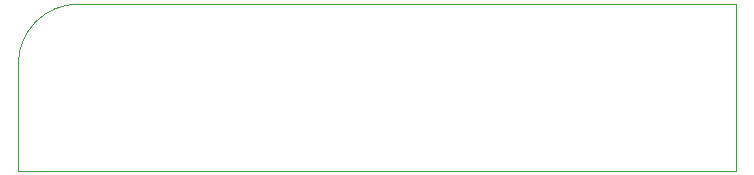
<source format=gbr>
%TF.GenerationSoftware,KiCad,Pcbnew,(5.1.6-0-10_14)*%
%TF.CreationDate,2020-09-24T20:20:29-04:00*%
%TF.ProjectId,zn-2 stereo breakout,7a6e2d32-2073-4746-9572-656f20627265,rev?*%
%TF.SameCoordinates,Original*%
%TF.FileFunction,Profile,NP*%
%FSLAX46Y46*%
G04 Gerber Fmt 4.6, Leading zero omitted, Abs format (unit mm)*
G04 Created by KiCad (PCBNEW (5.1.6-0-10_14)) date 2020-09-24 20:20:29*
%MOMM*%
%LPD*%
G01*
G04 APERTURE LIST*
%TA.AperFunction,Profile*%
%ADD10C,0.050000*%
%TD*%
G04 APERTURE END LIST*
D10*
X95250000Y-46990000D02*
G75*
G02*
X100330000Y-41910000I5080000J0D01*
G01*
X95250000Y-56000000D02*
X95250000Y-46990000D01*
X156000000Y-56000000D02*
X95250000Y-56000000D01*
X156000000Y-41910000D02*
X156000000Y-56000000D01*
X100330000Y-41910000D02*
X156000000Y-41910000D01*
M02*

</source>
